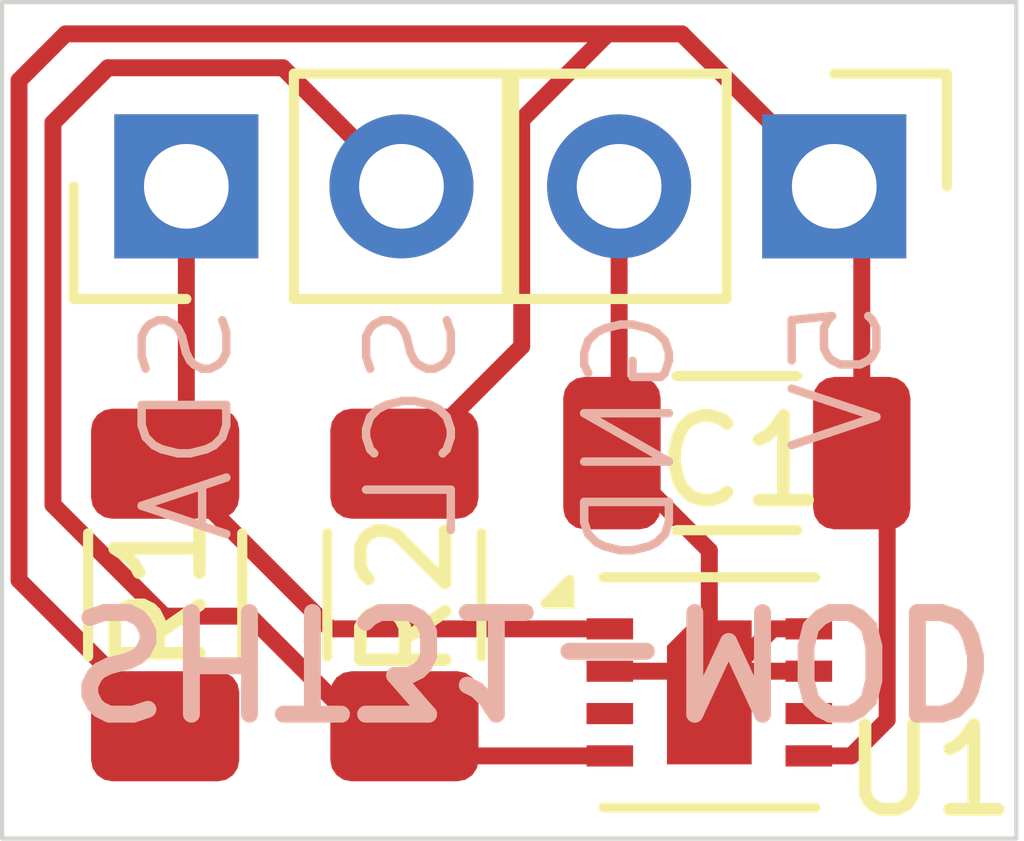
<source format=kicad_pcb>
(kicad_pcb (version 20240108) (generator "pcbnew") (generator_version "8.0")
  (layers (0 "F.Cu" signal) (31 "B.Cu" signal) (34 "B.Paste" user) (35 "F.Paste" user) (36 "B.SilkS" user "B.Silkscreen") (37 "F.SilkS" user "F.Silkscreen") (38 "B.Mask" user) (39 "F.Mask" user) (44 "Edge.Cuts" user))
  (net 0 "")
  (net 1 "+5V")
  (net 2 "GND")
  (net 3 "/SCL1")
  (net 4 "/SDA1")
  (footprint "Resistor_SMD:R_1206_3216Metric_Pad1.30x1.75mm_HandSolder" (layer "F.Cu") (at 171.475 74.15 90)
    (property "Reference" "R1" (at 0.05 -0.05 90) (layer "F.SilkS"))
    (property "Value" "20kOhm" (hide yes))
    (fp_line (start -0.727064 -0.91) (end 0.727064 -0.91) (stroke (width 0.12)) (layer "F.SilkS"))
    (fp_line (start -0.727064 0.91) (end 0.727064 0.91) (stroke (width 0.12)) (layer "F.SilkS"))
    (pad "1" smd roundrect (at -1.55 0 90) (size 1.3 1.75) (layers "F.Cu" "F.Paste" "F.Mask") (roundrect_rratio 0.192308) (net 1 "+5V"))
    (pad "2" smd roundrect (at 1.55 0 90) (size 1.3 1.75) (layers "F.Cu" "F.Paste" "F.Mask") (roundrect_rratio 0.192308) (net 4 "/SDA1"))
  )
  (footprint "Sensor_Humidity:Sensirion_DFN-8-1EP_2.5x2.5mm_P0.5mm_EP1.1x1.7mm" (layer "F.Cu") (at 177.9 75.3)
    (property "Reference" "U1" (at 2.6 0.925 360) (layer "F.SilkS"))
    (property "Value" "SHT31A-DIS" (hide yes))
    (fp_line (start -1.25 -1.36) (end 1.25 -1.36) (stroke (width 0.12)) (layer "F.SilkS"))
    (fp_line (start -1.25 1.36) (end 1.25 1.36) (stroke (width 0.12)) (layer "F.SilkS"))
    (fp_poly (pts (xy -1.65 -1.05) (xy -1.93 -1.05) (xy -1.65 -1.33) (xy -1.65 -1.05)) (stroke (width 0.12)) (fill solid) (layer "F.SilkS"))
    (pad "1" smd rect (at -1.175 -0.75) (size 0.55 0.25) (layers "F.Cu" "F.Paste" "F.Mask") (net 4 "/SDA1"))
    (pad "2" smd rect (at -1.175 -0.25) (size 0.55 0.25) (layers "F.Cu" "F.Paste" "F.Mask") (net 2 "GND"))
    (pad "3" smd rect (at -1.175 0.25) (size 0.55 0.25) (layers "F.Cu" "F.Paste" "F.Mask"))
    (pad "4" smd rect (at -1.175 0.75 180) (size 0.55 0.25) (layers "F.Cu" "F.Paste" "F.Mask") (net 3 "/SCL1"))
    (pad "5" smd rect (at 1.175 0.75) (size 0.55 0.25) (layers "F.Cu" "F.Paste" "F.Mask") (net 1 "+5V"))
    (pad "6" smd rect (at 1.175 0.25) (size 0.55 0.25) (layers "F.Cu" "F.Paste" "F.Mask"))
    (pad "7" smd rect (at 1.175 -0.25) (size 0.55 0.25) (layers "F.Cu" "F.Paste" "F.Mask") (net 2 "GND"))
    (pad "8" smd rect (at 1.175 -0.75) (size 0.55 0.25) (layers "F.Cu" "F.Paste" "F.Mask") (net 2 "GND"))
    (pad "9" smd custom (at 0 0) (size 1 1) (layers "F.Cu" "F.Mask") (net 2 "GND") (options (clearance outline) (anchor circle)) (primitives (gr_poly (pts (xy 0.5 0.85) (xy -0.5 0.85) (xy -0.5 -0.55) (xy -0.2 -0.85) (xy 0.5 -0.85)) (width 0) (fill yes))))
  )
  (footprint "Connector_PinHeader_2.54mm:PinHeader_1x02_P2.54mm_Vertical" (layer "F.Cu") (at 171.725 69.325 90)
    (property "Reference" "J1" (hide yes))
    (property "Value" "Conn_01x02_Pin" (hide yes))
    (fp_line (start -1.33 -1.33) (end 0 -1.33) (stroke (width 0.12)) (layer "F.SilkS"))
    (fp_line (start -1.33 0) (end -1.33 -1.33) (stroke (width 0.12)) (layer "F.SilkS"))
    (fp_line (start 1.33 1.27) (end 1.33 3.87) (stroke (width 0.12)) (layer "F.SilkS"))
    (fp_line (start -1.33 1.27) (end 1.33 1.27) (stroke (width 0.12)) (layer "F.SilkS"))
    (fp_line (start -1.33 1.27) (end -1.33 3.87) (stroke (width 0.12)) (layer "F.SilkS"))
    (fp_line (start -1.33 3.87) (end 1.33 3.87) (stroke (width 0.12)) (layer "F.SilkS"))
    (pad "1" thru_hole rect (at 0 0 90) (size 1.7 1.7) (drill 1) (layers "*.Cu" "*.Mask") (net 4 "/SDA1"))
    (pad "2" thru_hole oval (at 0 2.54 90) (size 1.7 1.7) (drill 1) (layers "*.Cu" "*.Mask") (net 3 "/SCL1"))
  )
  (footprint "Resistor_SMD:R_1206_3216Metric_Pad1.30x1.75mm_HandSolder" (layer "F.Cu") (at 174.3 74.15 -90)
    (property "Reference" "R2" (at 0.025 -0.025 90) (layer "F.SilkS"))
    (property "Value" "20kOhm" (hide yes))
    (fp_line (start -0.727064 0.91) (end 0.727064 0.91) (stroke (width 0.12)) (layer "F.SilkS"))
    (fp_line (start -0.727064 -0.91) (end 0.727064 -0.91) (stroke (width 0.12)) (layer "F.SilkS"))
    (pad "1" smd roundrect (at -1.55 0 270) (size 1.3 1.75) (layers "F.Cu" "F.Paste" "F.Mask") (roundrect_rratio 0.192308) (net 1 "+5V"))
    (pad "2" smd roundrect (at 1.55 0 270) (size 1.3 1.75) (layers "F.Cu" "F.Paste" "F.Mask") (roundrect_rratio 0.192308) (net 3 "/SCL1"))
  )
  (footprint "Connector_PinHeader_2.54mm:PinHeader_1x02_P2.54mm_Vertical" (layer "F.Cu") (at 179.375 69.325 -90)
    (property "Reference" "J2" (hide yes))
    (property "Value" "Conn_01x02_Pin" (hide yes))
    (fp_line (start -1.33 3.87) (end 1.33 3.87) (stroke (width 0.12)) (layer "F.SilkS"))
    (fp_line (start -1.33 1.27) (end -1.33 3.87) (stroke (width 0.12)) (layer "F.SilkS"))
    (fp_line (start -1.33 1.27) (end 1.33 1.27) (stroke (width 0.12)) (layer "F.SilkS"))
    (fp_line (start 1.33 1.27) (end 1.33 3.87) (stroke (width 0.12)) (layer "F.SilkS"))
    (fp_line (start -1.33 0) (end -1.33 -1.33) (stroke (width 0.12)) (layer "F.SilkS"))
    (fp_line (start -1.33 -1.33) (end 0 -1.33) (stroke (width 0.12)) (layer "F.SilkS"))
    (pad "1" thru_hole rect (at 0 0 270) (size 1.7 1.7) (drill 1) (layers "*.Cu" "*.Mask") (net 1 "+5V"))
    (pad "2" thru_hole oval (at 0 2.54 270) (size 1.7 1.7) (drill 1) (layers "*.Cu" "*.Mask") (net 2 "GND"))
  )
  (footprint "Capacitor_SMD:C_1206_3216Metric" (layer "F.Cu") (at 178.225 72.475 180)
    (property "Reference" "C1" (at -0.05 -0.1 0) (layer "F.SilkS"))
    (property "Value" "100nF" (hide yes))
    (fp_line (start -0.711252 0.91) (end 0.711252 0.91) (stroke (width 0.12)) (layer "F.SilkS"))
    (fp_line (start -0.711252 -0.91) (end 0.711252 -0.91) (stroke (width 0.12)) (layer "F.SilkS"))
    (pad "1" smd roundrect (at -1.475 0 180) (size 1.15 1.8) (layers "F.Cu" "F.Paste" "F.Mask") (roundrect_rratio 0.217391) (net 1 "+5V"))
    (pad "2" smd roundrect (at 1.475 0 180) (size 1.15 1.8) (layers "F.Cu" "F.Paste" "F.Mask") (roundrect_rratio 0.217391) (net 2 "GND"))
  )
  (gr_rect (start 169.55 67.15) (end 181.525 77.025) (stroke (width 0.05)) (fill none) (layer "Edge.Cuts"))
  (gr_text "SCL\n" (at 174.975 70.65 90) (layer "B.SilkS") (effects (font (size 1 1) (thickness 0.1)) (justify left bottom mirror)))
  (gr_text "GND\n" (at 177.55 70.7 90) (layer "B.SilkS") (effects (font (size 1 1) (thickness 0.1)) (justify left bottom mirror)))
  (gr_text "SDA\n" (at 172.325 70.65 90) (layer "B.SilkS") (effects (font (size 1 1) (thickness 0.1)) (justify left bottom mirror)))
  (gr_text "SHT31-MOD\n" (at 170.225 74.2 180) (layer "B.SilkS") (effects (font (size 1.2 1.2) (thickness 0.2) (bold yes)) (justify left bottom mirror)))
  (gr_text "5V\n" (at 180 70.6 90) (layer "B.SilkS") (effects (font (size 1 1) (thickness 0.1)) (justify left bottom mirror)))
  (segment (start 176.7 67.525) (end 177.575 67.525) (width 0.2) (layer "F.Cu") (net 1))
  (segment (start 179.7 72.475) (end 180 72.775) (width 0.2) (layer "F.Cu") (net 1))
  (segment (start 169.75 73.975) (end 169.75 68.075) (width 0.2) (layer "F.Cu") (net 1))
  (segment (start 179.7 69.65) (end 179.375 69.325) (width 0.2) (layer "F.Cu") (net 1))
  (segment (start 180 72.775) (end 180 75.625) (width 0.2) (layer "F.Cu") (net 1))
  (segment (start 177.575 67.525) (end 179.375 69.325) (width 0.2) (layer "F.Cu") (net 1))
  (segment (start 180 75.625) (end 179.575 76.05) (width 0.2) (layer "F.Cu") (net 1))
  (segment (start 169.75 68.075) (end 170.3 67.525) (width 0.2) (layer "F.Cu") (net 1))
  (segment (start 179.575 76.05) (end 179.075 76.05) (width 0.2) (layer "F.Cu") (net 1))
  (segment (start 179.7 72.475) (end 179.7 69.65) (width 0.2) (layer "F.Cu") (net 1))
  (segment (start 170.3 67.525) (end 176.7 67.525) (width 0.2) (layer "F.Cu") (net 1))
  (segment (start 171.475 75.7) (end 169.75 73.975) (width 0.2) (layer "F.Cu") (net 1))
  (segment (start 175.685 71.215) (end 175.685 68.54) (width 0.2) (layer "F.Cu") (net 1))
  (segment (start 175.685 68.54) (end 176.7 67.525) (width 0.2) (layer "F.Cu") (net 1))
  (segment (start 174.3 72.6) (end 175.685 71.215) (width 0.2) (layer "F.Cu") (net 1))
  (segment (start 178.15 75.05) (end 177.9 75.3) (width 0.2) (layer "F.Cu") (net 2))
  (segment (start 176.835 72.39) (end 176.75 72.475) (width 0.2) (layer "F.Cu") (net 2))
  (segment (start 179.075 74.55) (end 178.65 74.55) (width 0.2) (layer "F.Cu") (net 2))
  (segment (start 176.835 69.325) (end 176.835 72.39) (width 0.2) (layer "F.Cu") (net 2))
  (segment (start 176.725 75.05) (end 177.65 75.05) (width 0.2) (layer "F.Cu") (net 2))
  (segment (start 177.65 75.05) (end 177.9 75.3) (width 0.2) (layer "F.Cu") (net 2))
  (segment (start 179.075 75.05) (end 178.15 75.05) (width 0.2) (layer "F.Cu") (net 2))
  (segment (start 177.9 75.3) (end 177.9 73.625) (width 0.2) (layer "F.Cu") (net 2))
  (segment (start 178.65 74.55) (end 177.9 75.3) (width 0.2) (layer "F.Cu") (net 2))
  (segment (start 177.9 73.625) (end 176.75 72.475) (width 0.2) (layer "F.Cu") (net 2))
  (segment (start 174.265 69.325) (end 172.865 67.925) (width 0.2) (layer "F.Cu") (net 3))
  (segment (start 170.8 67.925) (end 170.15 68.575) (width 0.2) (layer "F.Cu") (net 3))
  (segment (start 176.725 76.05) (end 174.7 76.05) (width 0.2) (layer "F.Cu") (net 3))
  (segment (start 170.15 68.575) (end 170.15 73.084744) (width 0.2) (layer "F.Cu") (net 3))
  (segment (start 170.15 73.084744) (end 171.465256 74.4) (width 0.2) (layer "F.Cu") (net 3))
  (segment (start 172.475 74.4) (end 173.725 75.65) (width 0.2) (layer "F.Cu") (net 3))
  (segment (start 171.465256 74.4) (end 172.475 74.4) (width 0.2) (layer "F.Cu") (net 3))
  (segment (start 173.8 75.7) (end 174.15 76.05) (width 0.2) (layer "F.Cu") (net 3))
  (segment (start 172.865 67.925) (end 170.8 67.925) (width 0.2) (layer "F.Cu") (net 3))
  (segment (start 173.725 75.65) (end 174.3 75.65) (width 0.2) (layer "F.Cu") (net 3))
  (segment (start 174.7 76.05) (end 174.3 75.65) (width 0.2) (layer "F.Cu") (net 3))
  (segment (start 171.725 69.325) (end 171.725 72.35) (width 0.2) (layer "F.Cu") (net 4))
  (segment (start 171.725 72.35) (end 171.475 72.6) (width 0.2) (layer "F.Cu") (net 4))
  (segment (start 171.475 72.6) (end 173.425 74.55) (width 0.2) (layer "F.Cu") (net 4))
  (segment (start 173.425 74.55) (end 176.725 74.55) (width 0.2) (layer "F.Cu") (net 4))
)
</source>
